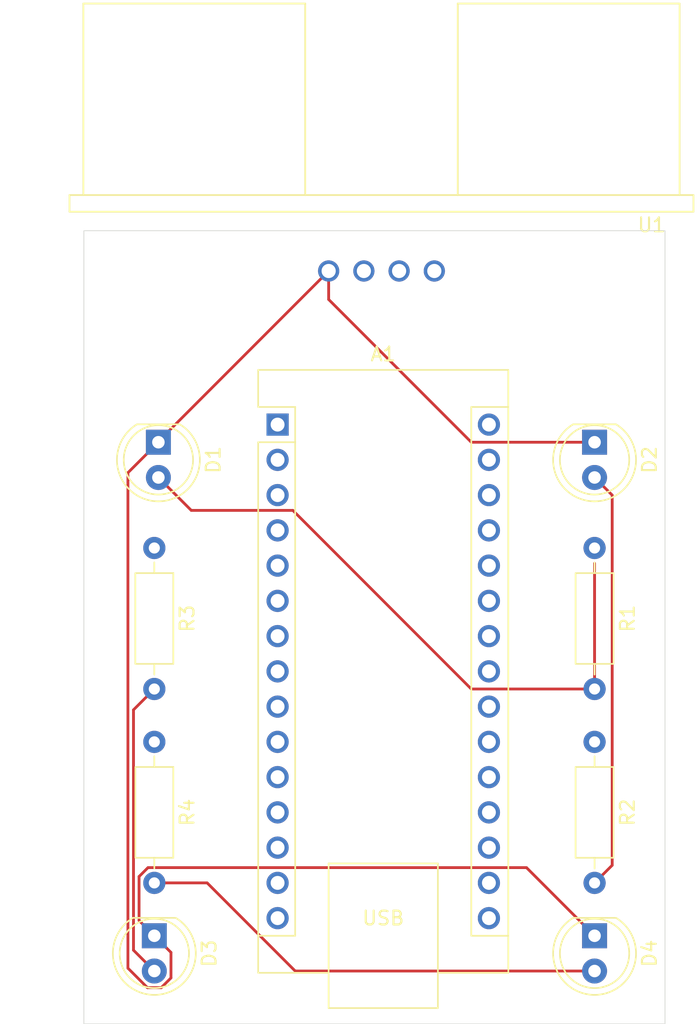
<source format=kicad_pcb>
(kicad_pcb (version 20241229) (generator "pcbnew") (generator_version "9.0")
  (layers (0 "F.Cu" signal) (2 "B.Cu" signal) (13 "F.Paste" user) (15 "B.Paste" user) (5 "F.SilkS" user "F.Silkscreen") (7 "B.SilkS" user "B.Silkscreen") (1 "F.Mask" user) (3 "B.Mask" user) (25 "Edge.Cuts" user))
  (net 0 "")
  (net 1 "Net-(A1-D10{slash}CS)")
  (net 2 "Net-(A1-D4)")
  (net 3 "GND")
  (net 4 "Net-(A1-VUSB{slash}5V)")
  (net 5 "Net-(A1-D6)")
  (net 6 "Net-(A1-D9)")
  (net 7 "Net-(A1-D3)")
  (net 8 "Net-(A1-D5)")
  (net 9 "Net-(D1-A)")
  (net 10 "Net-(D2-A)")
  (net 11 "Net-(D3-A)")
  (net 12 "Net-(D4-A)")
  (footprint "LED_THT:LED_D5.0mm_IRBlack" (layer "F.Cu") (at 89.194 69.85 -90)
    (property "Reference" "D1" (at 1.27 -3.96 270) (layer "F.SilkS"))
    (property "Value" "LED")
    (fp_line (start -1.29 -1.545) (end -1.29 1.545) (stroke (width 0.12)) (layer "F.SilkS"))
    (fp_arc (start 4.26 0) (mid 2.071779 2.880495) (end -1.29 1.54483) (stroke (width 0.12)) (layer "F.SilkS"))
    (fp_arc (start -1.29 -1.54483) (mid 2.071779 -2.880495) (end 4.26 0) (stroke (width 0.12)) (layer "F.SilkS"))
    (fp_circle (center 1.27 0) (end 3.77 0) (stroke (width 0.12)) (fill no) (layer "F.SilkS"))
    (pad "1" thru_hole rect (at 0 0 270) (size 1.8 1.8) (drill 0.9) (layers "*.Cu" "*.Mask") (net 3 "GND"))
    (pad "2" thru_hole circle (at 2.54 0 270) (size 1.8 1.8) (drill 0.9) (layers "*.Cu" "*.Mask") (net 9 "Net-(D1-A)"))
  )
  (footprint "Resistor_THT:R_Axial_DIN0207_L6.3mm_D2.5mm_P10.16mm_Horizontal" (layer "F.Cu") (at 88.9 77.47 -90)
    (property "Reference" "R3" (at 5.08 -2.37 90) (layer "F.SilkS"))
    (property "Value" "R")
    (fp_line (start 1.04 0) (end 1.81 0) (stroke (width 0.12)) (layer "F.SilkS"))
    (fp_line (start 9.12 0) (end 8.35 0) (stroke (width 0.12)) (layer "F.SilkS"))
    (fp_rect (start 1.81 -1.37) (end 8.35 1.37) (stroke (width 0.12)) (fill no) (layer "F.SilkS"))
    (pad "1" thru_hole circle (at 0 0 270) (size 1.6 1.6) (drill 0.8) (layers "*.Cu" "*.Mask") (net 7 "Net-(A1-D3)"))
    (pad "2" thru_hole circle (at 10.16 0 270) (size 1.6 1.6) (drill 0.8) (layers "*.Cu" "*.Mask") (net 11 "Net-(D3-A)"))
  )
  (footprint "Resistor_THT:R_Axial_DIN0207_L6.3mm_D2.5mm_P10.16mm_Horizontal" (layer "F.Cu") (at 88.9 91.44 -90)
    (property "Reference" "R4" (at 5.08 -2.37 90) (layer "F.SilkS"))
    (property "Value" "R")
    (fp_line (start 1.04 0) (end 1.81 0) (stroke (width 0.12)) (layer "F.SilkS"))
    (fp_line (start 9.12 0) (end 8.35 0) (stroke (width 0.12)) (layer "F.SilkS"))
    (fp_rect (start 1.81 -1.37) (end 8.35 1.37) (stroke (width 0.12)) (fill no) (layer "F.SilkS"))
    (pad "1" thru_hole circle (at 0 0 270) (size 1.6 1.6) (drill 0.8) (layers "*.Cu" "*.Mask") (net 2 "Net-(A1-D4)"))
    (pad "2" thru_hole circle (at 10.16 0 270) (size 1.6 1.6) (drill 0.8) (layers "*.Cu" "*.Mask") (net 12 "Net-(D4-A)"))
  )
  (footprint "LED_THT:LED_D5.0mm_IRBlack" (layer "F.Cu") (at 120.65 105.41 -90)
    (property "Reference" "D4" (at 1.27 -3.96 270) (layer "F.SilkS"))
    (property "Value" "LED")
    (fp_line (start -1.29 -1.545) (end -1.29 1.545) (stroke (width 0.12)) (layer "F.SilkS"))
    (fp_arc (start 4.26 0) (mid 2.071779 2.880495) (end -1.29 1.54483) (stroke (width 0.12)) (layer "F.SilkS"))
    (fp_arc (start -1.29 -1.54483) (mid 2.071779 -2.880495) (end 4.26 0) (stroke (width 0.12)) (layer "F.SilkS"))
    (fp_circle (center 1.27 0) (end 3.77 0) (stroke (width 0.12)) (fill no) (layer "F.SilkS"))
    (pad "1" thru_hole rect (at 0 0 270) (size 1.8 1.8) (drill 0.9) (layers "*.Cu" "*.Mask") (net 3 "GND"))
    (pad "2" thru_hole circle (at 2.54 0 270) (size 1.8 1.8) (drill 0.9) (layers "*.Cu" "*.Mask") (net 12 "Net-(D4-A)"))
  )
  (footprint "Resistor_THT:R_Axial_DIN0207_L6.3mm_D2.5mm_P10.16mm_Horizontal" (layer "F.Cu") (at 120.65 77.47 -90)
    (property "Reference" "R1" (at 5.08 -2.37 90) (layer "F.SilkS"))
    (property "Value" "R")
    (fp_line (start 1.04 0) (end 1.81 0) (stroke (width 0.12)) (layer "F.SilkS"))
    (fp_line (start 9.12 0) (end 8.35 0) (stroke (width 0.12)) (layer "F.SilkS"))
    (fp_rect (start 1.81 -1.37) (end 8.35 1.37) (stroke (width 0.12)) (fill no) (layer "F.SilkS"))
    (pad "1" thru_hole circle (at 0 0 270) (size 1.6 1.6) (drill 0.8) (layers "*.Cu" "*.Mask") (net 8 "Net-(A1-D5)"))
    (pad "2" thru_hole circle (at 10.16 0 270) (size 1.6 1.6) (drill 0.8) (layers "*.Cu" "*.Mask") (net 9 "Net-(D1-A)"))
  )
  (footprint "ultrasound sensor:XCVR_HC-SR04" (layer "F.Cu") (at 105.283 57.512 180)
    (property "Reference" "U1" (at -19.48505 3.31671 0) (layer "F.SilkS") (effects (font (size 1.00052 1.00052))))
    (property "Value" "HC-SR04")
    (fp_line (start 22.5 5.47) (end 21.5 5.47) (stroke (width 0.127)) (layer "F.SilkS"))
    (fp_line (start 22.5 4.27) (end 22.5 5.47) (stroke (width 0.127)) (layer "F.SilkS"))
    (fp_line (start 21.5 5.47) (end 21.5 19.27) (stroke (width 0.127)) (layer "F.SilkS"))
    (fp_line (start 21.5 5.47) (end 5.5 5.47) (stroke (width 0.127)) (layer "F.SilkS"))
    (fp_line (start 5.5 19.27) (end 21.5 19.27) (stroke (width 0.127)) (layer "F.SilkS"))
    (fp_line (start 5.5 5.47) (end 5.5 19.27) (stroke (width 0.127)) (layer "F.SilkS"))
    (fp_line (start 5.5 5.47) (end -5.5 5.47) (stroke (width 0.127)) (layer "F.SilkS"))
    (fp_line (start -5.5 5.47) (end -5.5 19.27) (stroke (width 0.127)) (layer "F.SilkS"))
    (fp_line (start -5.5 5.47) (end -21.5 5.47) (stroke (width 0.127)) (layer "F.SilkS"))
    (fp_line (start -21.5 19.27) (end -5.5 19.27) (stroke (width 0.127)) (layer "F.SilkS"))
    (fp_line (start -21.5 5.47) (end -21.5 19.27) (stroke (width 0.127)) (layer "F.SilkS"))
    (fp_line (start -21.5 5.47) (end -22.5 5.47) (stroke (width 0.127)) (layer "F.SilkS"))
    (fp_line (start -22.5 5.47) (end -22.5 4.27) (stroke (width 0.127)) (layer "F.SilkS"))
    (fp_line (start -22.5 4.27) (end 22.5 4.27) (stroke (width 0.127)) (layer "F.SilkS"))
    (pad "1" thru_hole circle (at -3.81 0 180) (size 1.53 1.53) (drill 1.02) (layers "*.Cu" "*.Mask") (net 4 "Net-(A1-VUSB{slash}5V)"))
    (pad "2" thru_hole circle (at -1.27 0 180) (size 1.53 1.53) (drill 1.02) (layers "*.Cu" "*.Mask") (net 6 "Net-(A1-D9)"))
    (pad "3" thru_hole circle (at 1.27 0 180) (size 1.53 1.53) (drill 1.02) (layers "*.Cu" "*.Mask") (net 1 "Net-(A1-D10{slash}CS)"))
    (pad "4" thru_hole circle (at 3.81 0 180) (size 1.53 1.53) (drill 1.02) (layers "*.Cu" "*.Mask") (net 3 "GND"))
  )
  (footprint "LED_THT:LED_D5.0mm_IRBlack" (layer "F.Cu") (at 88.9 105.41 -90)
    (property "Reference" "D3" (at 1.27 -3.96 270) (layer "F.SilkS"))
    (property "Value" "LED")
    (fp_line (start -1.29 -1.545) (end -1.29 1.545) (stroke (width 0.12)) (layer "F.SilkS"))
    (fp_arc (start 4.26 0) (mid 2.071779 2.880495) (end -1.29 1.54483) (stroke (width 0.12)) (layer "F.SilkS"))
    (fp_arc (start -1.29 -1.54483) (mid 2.071779 -2.880495) (end 4.26 0) (stroke (width 0.12)) (layer "F.SilkS"))
    (fp_circle (center 1.27 0) (end 3.77 0) (stroke (width 0.12)) (fill no) (layer "F.SilkS"))
    (pad "1" thru_hole rect (at 0 0 270) (size 1.8 1.8) (drill 0.9) (layers "*.Cu" "*.Mask") (net 3 "GND"))
    (pad "2" thru_hole circle (at 2.54 0 270) (size 1.8 1.8) (drill 0.9) (layers "*.Cu" "*.Mask") (net 11 "Net-(D3-A)"))
  )
  (footprint "LED_THT:LED_D5.0mm_IRBlack" (layer "F.Cu") (at 120.65 69.85 -90)
    (property "Reference" "D2" (at 1.27 -3.96 270) (layer "F.SilkS"))
    (property "Value" "LED")
    (fp_line (start -1.29 -1.545) (end -1.29 1.545) (stroke (width 0.12)) (layer "F.SilkS"))
    (fp_arc (start 4.26 0) (mid 2.071779 2.880495) (end -1.29 1.54483) (stroke (width 0.12)) (layer "F.SilkS"))
    (fp_arc (start -1.29 -1.54483) (mid 2.071779 -2.880495) (end 4.26 0) (stroke (width 0.12)) (layer "F.SilkS"))
    (fp_circle (center 1.27 0) (end 3.77 0) (stroke (width 0.12)) (fill no) (layer "F.SilkS"))
    (pad "1" thru_hole rect (at 0 0 270) (size 1.8 1.8) (drill 0.9) (layers "*.Cu" "*.Mask") (net 3 "GND"))
    (pad "2" thru_hole circle (at 2.54 0 270) (size 1.8 1.8) (drill 0.9) (layers "*.Cu" "*.Mask") (net 10 "Net-(D2-A)"))
  )
  (footprint "Module:Arduino_Nano" (layer "F.Cu") (at 97.79 68.58)
    (property "Reference" "A1" (at 7.62 -5.08 0) (layer "F.SilkS"))
    (property "Value" "Arduino_Nano_ESP32")
    (fp_line (start -1.4 -3.94) (end -1.4 -1.27) (stroke (width 0.12)) (layer "F.SilkS"))
    (fp_line (start -1.4 1.27) (end -1.4 39.5) (stroke (width 0.12)) (layer "F.SilkS"))
    (fp_line (start -1.4 39.5) (end 3.68 39.5) (stroke (width 0.12)) (layer "F.SilkS"))
    (fp_line (start 1.27 -1.27) (end -1.4 -1.27) (stroke (width 0.12)) (layer "F.SilkS"))
    (fp_line (start 1.27 1.27) (end -1.4 1.27) (stroke (width 0.12)) (layer "F.SilkS"))
    (fp_line (start 1.27 1.27) (end 1.27 -1.27) (stroke (width 0.12)) (layer "F.SilkS"))
    (fp_line (start 1.27 1.27) (end 1.27 36.83) (stroke (width 0.12)) (layer "F.SilkS"))
    (fp_line (start 1.27 36.83) (end -1.4 36.83) (stroke (width 0.12)) (layer "F.SilkS"))
    (fp_line (start 3.68 31.62) (end 11.56 31.62) (stroke (width 0.12)) (layer "F.SilkS"))
    (fp_line (start 3.68 42.04) (end 3.68 31.62) (stroke (width 0.12)) (layer "F.SilkS"))
    (fp_line (start 11.56 31.62) (end 11.56 42.04) (stroke (width 0.12)) (layer "F.SilkS"))
    (fp_line (start 11.56 42.04) (end 3.68 42.04) (stroke (width 0.12)) (layer "F.SilkS"))
    (fp_line (start 13.97 -1.27) (end 13.97 36.83) (stroke (width 0.12)) (layer "F.SilkS"))
    (fp_line (start 13.97 -1.27) (end 16.64 -1.27) (stroke (width 0.12)) (layer "F.SilkS"))
    (fp_line (start 13.97 36.83) (end 16.64 36.83) (stroke (width 0.12)) (layer "F.SilkS"))
    (fp_line (start 16.64 -3.94) (end -1.4 -3.94) (stroke (width 0.12)) (layer "F.SilkS"))
    (fp_line (start 16.64 39.5) (end 11.56 39.5) (stroke (width 0.12)) (layer "F.SilkS"))
    (fp_line (start 16.64 39.5) (end 16.64 -3.94) (stroke (width 0.12)) (layer "F.SilkS"))
    (fp_text user "USB" (at 7.62 35.56 0) (layer "F.SilkS"))
    (pad "1" thru_hole rect (at 0 0) (size 1.6 1.6) (drill 1) (layers "*.Cu" "*.Mask"))
    (pad "2" thru_hole oval (at 0 2.54) (size 1.6 1.6) (drill 1) (layers "*.Cu" "*.Mask"))
    (pad "3" thru_hole oval (at 0 5.08) (size 1.6 1.6) (drill 1) (layers "*.Cu" "*.Mask"))
    (pad "4" thru_hole oval (at 0 7.62) (size 1.6 1.6) (drill 1) (layers "*.Cu" "*.Mask"))
    (pad "5" thru_hole oval (at 0 10.16) (size 1.6 1.6) (drill 1) (layers "*.Cu" "*.Mask"))
    (pad "6" thru_hole oval (at 0 12.7) (size 1.6 1.6) (drill 1) (layers "*.Cu" "*.Mask"))
    (pad "7" thru_hole oval (at 0 15.24) (size 1.6 1.6) (drill 1) (layers "*.Cu" "*.Mask"))
    (pad "8" thru_hole oval (at 0 17.78) (size 1.6 1.6) (drill 1) (layers "*.Cu" "*.Mask"))
    (pad "9" thru_hole oval (at 0 20.32) (size 1.6 1.6) (drill 1) (layers "*.Cu" "*.Mask"))
    (pad "10" thru_hole oval (at 0 22.86) (size 1.6 1.6) (drill 1) (layers "*.Cu" "*.Mask"))
    (pad "11" thru_hole oval (at 0 25.4) (size 1.6 1.6) (drill 1) (layers "*.Cu" "*.Mask"))
    (pad "12" thru_hole oval (at 0 27.94) (size 1.6 1.6) (drill 1) (layers "*.Cu" "*.Mask"))
    (pad "13" thru_hole oval (at 0 30.48) (size 1.6 1.6) (drill 1) (layers "*.Cu" "*.Mask"))
    (pad "14" thru_hole oval (at 0 33.02) (size 1.6 1.6) (drill 1) (layers "*.Cu" "*.Mask"))
    (pad "15" thru_hole oval (at 0 35.56) (size 1.6 1.6) (drill 1) (layers "*.Cu" "*.Mask"))
    (pad "16" thru_hole oval (at 15.24 35.56) (size 1.6 1.6) (drill 1) (layers "*.Cu" "*.Mask"))
    (pad "17" thru_hole oval (at 15.24 33.02) (size 1.6 1.6) (drill 1) (layers "*.Cu" "*.Mask"))
    (pad "18" thru_hole oval (at 15.24 30.48) (size 1.6 1.6) (drill 1) (layers "*.Cu" "*.Mask"))
    (pad "19" thru_hole oval (at 15.24 27.94) (size 1.6 1.6) (drill 1) (layers "*.Cu" "*.Mask"))
    (pad "20" thru_hole oval (at 15.24 25.4) (size 1.6 1.6) (drill 1) (layers "*.Cu" "*.Mask"))
    (pad "21" thru_hole oval (at 15.24 22.86) (size 1.6 1.6) (drill 1) (layers "*.Cu" "*.Mask"))
    (pad "22" thru_hole oval (at 15.24 20.32) (size 1.6 1.6) (drill 1) (layers "*.Cu" "*.Mask"))
    (pad "23" thru_hole oval (at 15.24 17.78) (size 1.6 1.6) (drill 1) (layers "*.Cu" "*.Mask"))
    (pad "24" thru_hole oval (at 15.24 15.24) (size 1.6 1.6) (drill 1) (layers "*.Cu" "*.Mask"))
    (pad "25" thru_hole oval (at 15.24 12.7) (size 1.6 1.6) (drill 1) (layers "*.Cu" "*.Mask"))
    (pad "26" thru_hole oval (at 15.24 10.16) (size 1.6 1.6) (drill 1) (layers "*.Cu" "*.Mask"))
    (pad "27" thru_hole oval (at 15.24 7.62) (size 1.6 1.6) (drill 1) (layers "*.Cu" "*.Mask"))
    (pad "28" thru_hole oval (at 15.24 5.08) (size 1.6 1.6) (drill 1) (layers "*.Cu" "*.Mask"))
    (pad "29" thru_hole oval (at 15.24 2.54) (size 1.6 1.6) (drill 1) (layers "*.Cu" "*.Mask"))
    (pad "30" thru_hole oval (at 15.24 0) (size 1.6 1.6) (drill 1) (layers "*.Cu" "*.Mask"))
  )
  (footprint "Resistor_THT:R_Axial_DIN0207_L6.3mm_D2.5mm_P10.16mm_Horizontal" (layer "F.Cu") (at 120.65 91.44 -90)
    (property "Reference" "R2" (at 5.08 -2.37 90) (layer "F.SilkS"))
    (property "Value" "R")
    (fp_line (start 1.04 0) (end 1.81 0) (stroke (width 0.12)) (layer "F.SilkS"))
    (fp_line (start 9.12 0) (end 8.35 0) (stroke (width 0.12)) (layer "F.SilkS"))
    (fp_rect (start 1.81 -1.37) (end 8.35 1.37) (stroke (width 0.12)) (fill no) (layer "F.SilkS"))
    (pad "1" thru_hole circle (at 0 0 270) (size 1.6 1.6) (drill 0.8) (layers "*.Cu" "*.Mask") (net 5 "Net-(A1-D6)"))
    (pad "2" thru_hole circle (at 10.16 0 270) (size 1.6 1.6) (drill 0.8) (layers "*.Cu" "*.Mask") (net 10 "Net-(D2-A)"))
  )
  (gr_rect (start 83.82 54.61) (end 125.73 111.76) (stroke (width 0.05)) (fill no) (layer "Edge.Cuts"))
  (segment (start 90.101 108.447471) (end 90.101 106.611) (width 0.2) (layer "F.Cu") (net 3))
  (segment (start 88.9 105.41) (end 87.799 104.309) (width 0.2) (layer "F.Cu") (net 3))
  (segment (start 86.997 107.745471) (end 88.402529 109.151) (width 0.2) (layer "F.Cu") (net 3))
  (segment (start 90.101 106.611) (end 88.9 105.41) (width 0.2) (layer "F.Cu") (net 3))
  (segment (start 111.76 69.85) (end 101.473 59.563) (width 0.2) (layer "F.Cu") (net 3))
  (segment (start 101.473 59.563) (end 101.473 57.512) (width 0.2) (layer "F.Cu") (net 3))
  (segment (start 115.739 100.499) (end 120.65 105.41) (width 0.2) (layer "F.Cu") (net 3))
  (segment (start 89.194 69.85) (end 89.194 69.791) (width 0.2) (layer "F.Cu") (net 3))
  (segment (start 89.194 69.85) (end 86.997 72.047) (width 0.2) (layer "F.Cu") (net 3))
  (segment (start 120.65 69.85) (end 111.76 69.85) (width 0.2) (layer "F.Cu") (net 3))
  (segment (start 89.397471 109.151) (end 90.101 108.447471) (width 0.2) (layer "F.Cu") (net 3))
  (segment (start 88.402529 109.151) (end 89.397471 109.151) (width 0.2) (layer "F.Cu") (net 3))
  (segment (start 87.799 104.309) (end 87.799 101.14395) (width 0.2) (layer "F.Cu") (net 3))
  (segment (start 88.44395 100.499) (end 115.739 100.499) (width 0.2) (layer "F.Cu") (net 3))
  (segment (start 86.997 72.047) (end 86.997 107.745471) (width 0.2) (layer "F.Cu") (net 3))
  (segment (start 87.799 101.14395) (end 88.44395 100.499) (width 0.2) (layer "F.Cu") (net 3))
  (segment (start 89.194 69.791) (end 101.473 57.512) (width 0.2) (layer "F.Cu") (net 3))
  (segment (start 120.65 87.63) (end 120.65 78.571) (width 0.2) (layer "F.Cu") (net 9))
  (segment (start 120.65 87.63) (end 111.76 87.63) (width 0.2) (layer "F.Cu") (net 9))
  (segment (start 111.76 87.63) (end 98.891 74.761) (width 0.2) (layer "F.Cu") (net 9))
  (segment (start 98.891 74.761) (end 91.565 74.761) (width 0.2) (layer "F.Cu") (net 9))
  (segment (start 91.565 74.761) (end 89.194 72.39) (width 0.2) (layer "F.Cu") (net 9))
  (segment (start 120.65 72.39) (end 121.92 73.66) (width 0.2) (layer "F.Cu") (net 10))
  (segment (start 121.92 100.33) (end 120.65 101.6) (width 0.2) (layer "F.Cu") (net 10))
  (segment (start 121.92 73.66) (end 121.92 100.33) (width 0.2) (layer "F.Cu") (net 10))
  (segment (start 87.398 106.448) (end 88.9 107.95) (width 0.2) (layer "F.Cu") (net 11))
  (segment (start 88.9 87.63) (end 87.398 89.132) (width 0.2) (layer "F.Cu") (net 11))
  (segment (start 87.398 89.132) (end 87.398 106.448) (width 0.2) (layer "F.Cu") (net 11))
  (segment (start 99.06 107.95) (end 92.71 101.6) (width 0.2) (layer "F.Cu") (net 12))
  (segment (start 92.71 101.6) (end 88.9 101.6) (width 0.2) (layer "F.Cu") (net 12))
  (segment (start 120.65 107.95) (end 99.06 107.95) (width 0.2) (layer "F.Cu") (net 12))
)
</source>
